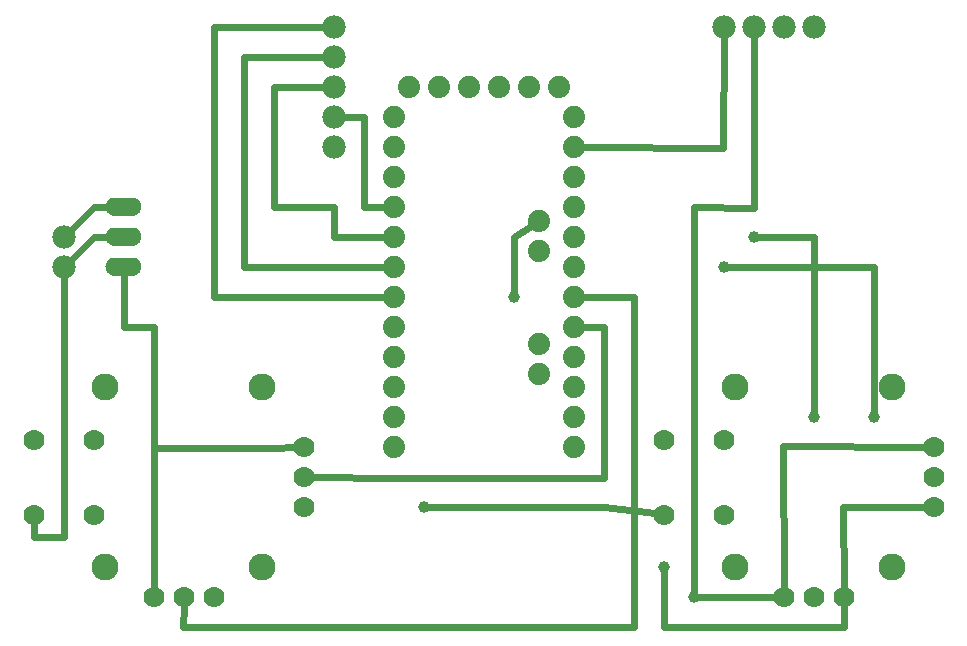
<source format=gtl>
G04 MADE WITH FRITZING*
G04 WWW.FRITZING.ORG*
G04 DOUBLE SIDED*
G04 HOLES PLATED*
G04 CONTOUR ON CENTER OF CONTOUR VECTOR*
%ASAXBY*%
%FSLAX23Y23*%
%MOIN*%
%OFA0B0*%
%SFA1.0B1.0*%
%ADD10C,0.078000*%
%ADD11C,0.090000*%
%ADD12C,0.070000*%
%ADD13C,0.060000*%
%ADD14C,0.074000*%
%ADD15C,0.039370*%
%ADD16C,0.024000*%
%ADD17R,0.001000X0.001000*%
%LNCOPPER1*%
G90*
G70*
G54D10*
X1071Y1654D03*
X1071Y1754D03*
X1071Y1854D03*
X1071Y1954D03*
X1071Y2054D03*
G54D11*
X309Y254D03*
X309Y854D03*
X834Y854D03*
X834Y254D03*
G54D12*
X971Y654D03*
X971Y554D03*
X971Y454D03*
X571Y154D03*
X671Y154D03*
X471Y154D03*
X271Y679D03*
X271Y429D03*
X71Y429D03*
X71Y679D03*
G54D11*
X309Y254D03*
X309Y854D03*
X834Y854D03*
X834Y254D03*
G54D12*
X971Y654D03*
X971Y554D03*
X971Y454D03*
X571Y154D03*
X671Y154D03*
X471Y154D03*
X271Y679D03*
X271Y429D03*
X71Y429D03*
X71Y679D03*
G54D13*
X371Y1454D03*
X371Y1354D03*
X371Y1254D03*
X371Y1454D03*
X371Y1354D03*
X371Y1254D03*
G54D14*
X1821Y1854D03*
X1721Y1854D03*
X1621Y1854D03*
X1521Y1854D03*
X1421Y1854D03*
X1321Y1854D03*
X1756Y1309D03*
X1756Y1409D03*
X1756Y899D03*
X1756Y999D03*
X1871Y1754D03*
X1871Y1654D03*
X1871Y1554D03*
X1871Y1454D03*
X1871Y1354D03*
X1871Y1254D03*
X1871Y1154D03*
X1871Y1054D03*
X1871Y954D03*
X1871Y854D03*
X1871Y754D03*
X1871Y654D03*
X1271Y654D03*
X1271Y754D03*
X1271Y854D03*
X1271Y954D03*
X1271Y1054D03*
X1271Y1154D03*
X1271Y1254D03*
X1271Y1354D03*
X1271Y1454D03*
X1271Y1554D03*
X1271Y1654D03*
X1271Y1754D03*
G54D10*
X171Y1254D03*
X171Y1354D03*
G54D15*
X2271Y154D03*
G54D10*
X2371Y2054D03*
X2471Y2054D03*
X2571Y2054D03*
X2671Y2054D03*
G54D15*
X1371Y454D03*
X2371Y1254D03*
X2871Y754D03*
X2471Y1354D03*
X2671Y754D03*
X2171Y254D03*
G54D11*
X2409Y254D03*
X2409Y854D03*
X2934Y854D03*
X2934Y254D03*
G54D12*
X3071Y654D03*
X3071Y554D03*
X3071Y454D03*
X2671Y154D03*
X2771Y154D03*
X2571Y154D03*
X2371Y679D03*
X2371Y429D03*
X2171Y429D03*
X2171Y679D03*
G54D11*
X2409Y254D03*
X2409Y854D03*
X2934Y854D03*
X2934Y254D03*
G54D12*
X3071Y654D03*
X3071Y554D03*
X3071Y454D03*
X2671Y154D03*
X2771Y154D03*
X2571Y154D03*
X2371Y679D03*
X2371Y429D03*
X2171Y429D03*
X2171Y679D03*
G54D15*
X1671Y1154D03*
G54D16*
X773Y652D02*
X471Y652D01*
D02*
X873Y652D02*
X773Y652D01*
D02*
X471Y652D02*
X471Y183D01*
D02*
X943Y653D02*
X873Y652D01*
D02*
X2770Y453D02*
X3043Y454D01*
D02*
X2771Y183D02*
X2770Y453D01*
D02*
X2570Y656D02*
X2571Y183D01*
D02*
X3043Y654D02*
X2570Y656D01*
D02*
X1973Y1054D02*
X1973Y552D01*
D02*
X1271Y552D02*
X1000Y554D01*
D02*
X1973Y552D02*
X1271Y552D01*
D02*
X1903Y1054D02*
X1973Y1054D01*
D02*
X2072Y54D02*
X570Y54D01*
D02*
X2072Y1154D02*
X2072Y54D01*
D02*
X570Y54D02*
X571Y125D01*
D02*
X1903Y1154D02*
X2072Y1154D01*
D02*
X471Y1054D02*
X371Y1054D01*
D02*
X371Y1054D02*
X371Y1223D01*
D02*
X471Y652D02*
X471Y1054D01*
D02*
X72Y400D02*
X72Y353D01*
D02*
X72Y353D02*
X172Y353D01*
D02*
X340Y1454D02*
X271Y1454D01*
D02*
X271Y1454D02*
X193Y1375D01*
D02*
X172Y353D02*
X171Y1224D01*
D02*
X2271Y1453D02*
X2271Y173D01*
D02*
X2471Y1450D02*
X2271Y1453D01*
D02*
X2471Y2024D02*
X2471Y1450D01*
D02*
X2368Y1650D02*
X1903Y1654D01*
D02*
X2371Y2024D02*
X2368Y1650D01*
D02*
X2773Y54D02*
X2772Y125D01*
D02*
X2171Y54D02*
X2773Y54D01*
D02*
X2171Y235D02*
X2171Y54D01*
D02*
X271Y1354D02*
X340Y1354D01*
D02*
X193Y1275D02*
X271Y1354D01*
D02*
X671Y1154D02*
X671Y2054D01*
D02*
X1240Y1154D02*
X671Y1154D01*
D02*
X671Y2054D02*
X1041Y2054D01*
D02*
X771Y1954D02*
X1041Y1954D01*
D02*
X771Y1254D02*
X771Y1954D01*
D02*
X1240Y1254D02*
X771Y1254D01*
D02*
X1071Y1454D02*
X871Y1454D01*
D02*
X871Y1454D02*
X871Y1854D01*
D02*
X1071Y1354D02*
X1071Y1454D01*
D02*
X871Y1854D02*
X1041Y1854D01*
D02*
X1240Y1354D02*
X1071Y1354D01*
D02*
X1171Y1454D02*
X1240Y1454D01*
D02*
X1171Y1754D02*
X1171Y1454D01*
D02*
X1102Y1754D02*
X1171Y1754D01*
D02*
X1971Y454D02*
X1390Y454D01*
D02*
X2143Y433D02*
X1971Y454D01*
D02*
X2871Y1254D02*
X2390Y1254D01*
D02*
X2871Y773D02*
X2871Y1254D01*
D02*
X2671Y1354D02*
X2671Y773D01*
D02*
X2490Y1354D02*
X2671Y1354D01*
D02*
X2290Y154D02*
X2543Y154D01*
D02*
X1671Y1173D02*
X1671Y1354D01*
D02*
X1671Y1354D02*
X1730Y1392D01*
G54D17*
X341Y1485D02*
X401Y1485D01*
X334Y1484D02*
X408Y1484D01*
X331Y1483D02*
X411Y1483D01*
X328Y1482D02*
X413Y1482D01*
X326Y1481D02*
X415Y1481D01*
X325Y1480D02*
X417Y1480D01*
X323Y1479D02*
X418Y1479D01*
X322Y1478D02*
X420Y1478D01*
X321Y1477D02*
X421Y1477D01*
X320Y1476D02*
X422Y1476D01*
X319Y1475D02*
X370Y1475D01*
X372Y1475D02*
X423Y1475D01*
X318Y1474D02*
X364Y1474D01*
X377Y1474D02*
X424Y1474D01*
X317Y1473D02*
X362Y1473D01*
X380Y1473D02*
X424Y1473D01*
X317Y1472D02*
X360Y1472D01*
X382Y1472D02*
X425Y1472D01*
X316Y1471D02*
X358Y1471D01*
X383Y1471D02*
X426Y1471D01*
X315Y1470D02*
X357Y1470D01*
X385Y1470D02*
X426Y1470D01*
X315Y1469D02*
X356Y1469D01*
X386Y1469D02*
X427Y1469D01*
X314Y1468D02*
X355Y1468D01*
X386Y1468D02*
X427Y1468D01*
X314Y1467D02*
X354Y1467D01*
X387Y1467D02*
X428Y1467D01*
X314Y1466D02*
X354Y1466D01*
X388Y1466D02*
X428Y1466D01*
X313Y1465D02*
X353Y1465D01*
X389Y1465D02*
X429Y1465D01*
X313Y1464D02*
X353Y1464D01*
X389Y1464D02*
X429Y1464D01*
X313Y1463D02*
X352Y1463D01*
X390Y1463D02*
X429Y1463D01*
X312Y1462D02*
X352Y1462D01*
X390Y1462D02*
X430Y1462D01*
X312Y1461D02*
X351Y1461D01*
X390Y1461D02*
X430Y1461D01*
X312Y1460D02*
X351Y1460D01*
X391Y1460D02*
X430Y1460D01*
X312Y1459D02*
X351Y1459D01*
X391Y1459D02*
X430Y1459D01*
X312Y1458D02*
X351Y1458D01*
X391Y1458D02*
X430Y1458D01*
X312Y1457D02*
X351Y1457D01*
X391Y1457D02*
X430Y1457D01*
X311Y1456D02*
X351Y1456D01*
X391Y1456D02*
X430Y1456D01*
X311Y1455D02*
X350Y1455D01*
X391Y1455D02*
X430Y1455D01*
X311Y1454D02*
X351Y1454D01*
X391Y1454D02*
X430Y1454D01*
X312Y1453D02*
X351Y1453D01*
X391Y1453D02*
X430Y1453D01*
X312Y1452D02*
X351Y1452D01*
X391Y1452D02*
X430Y1452D01*
X312Y1451D02*
X351Y1451D01*
X391Y1451D02*
X430Y1451D01*
X312Y1450D02*
X351Y1450D01*
X391Y1450D02*
X430Y1450D01*
X312Y1449D02*
X351Y1449D01*
X390Y1449D02*
X430Y1449D01*
X312Y1448D02*
X352Y1448D01*
X390Y1448D02*
X430Y1448D01*
X313Y1447D02*
X352Y1447D01*
X390Y1447D02*
X429Y1447D01*
X313Y1446D02*
X353Y1446D01*
X389Y1446D02*
X429Y1446D01*
X313Y1445D02*
X353Y1445D01*
X389Y1445D02*
X429Y1445D01*
X314Y1444D02*
X354Y1444D01*
X388Y1444D02*
X428Y1444D01*
X314Y1443D02*
X355Y1443D01*
X387Y1443D02*
X428Y1443D01*
X314Y1442D02*
X355Y1442D01*
X386Y1442D02*
X427Y1442D01*
X315Y1441D02*
X356Y1441D01*
X386Y1441D02*
X427Y1441D01*
X315Y1440D02*
X357Y1440D01*
X384Y1440D02*
X426Y1440D01*
X316Y1439D02*
X359Y1439D01*
X383Y1439D02*
X426Y1439D01*
X317Y1438D02*
X360Y1438D01*
X382Y1438D02*
X425Y1438D01*
X317Y1437D02*
X362Y1437D01*
X380Y1437D02*
X424Y1437D01*
X318Y1436D02*
X365Y1436D01*
X377Y1436D02*
X424Y1436D01*
X319Y1435D02*
X423Y1435D01*
X320Y1434D02*
X422Y1434D01*
X321Y1433D02*
X421Y1433D01*
X322Y1432D02*
X420Y1432D01*
X324Y1431D02*
X418Y1431D01*
X325Y1430D02*
X417Y1430D01*
X327Y1429D02*
X415Y1429D01*
X328Y1428D02*
X413Y1428D01*
X331Y1427D02*
X411Y1427D01*
X334Y1426D02*
X408Y1426D01*
X340Y1385D02*
X402Y1385D01*
X334Y1384D02*
X408Y1384D01*
X331Y1383D02*
X411Y1383D01*
X328Y1382D02*
X414Y1382D01*
X326Y1381D02*
X415Y1381D01*
X325Y1380D02*
X417Y1380D01*
X323Y1379D02*
X418Y1379D01*
X322Y1378D02*
X420Y1378D01*
X321Y1377D02*
X421Y1377D01*
X320Y1376D02*
X422Y1376D01*
X319Y1375D02*
X370Y1375D01*
X372Y1375D02*
X423Y1375D01*
X318Y1374D02*
X364Y1374D01*
X378Y1374D02*
X424Y1374D01*
X317Y1373D02*
X362Y1373D01*
X380Y1373D02*
X424Y1373D01*
X317Y1372D02*
X360Y1372D01*
X382Y1372D02*
X425Y1372D01*
X316Y1371D02*
X358Y1371D01*
X383Y1371D02*
X426Y1371D01*
X315Y1370D02*
X357Y1370D01*
X385Y1370D02*
X426Y1370D01*
X315Y1369D02*
X356Y1369D01*
X386Y1369D02*
X427Y1369D01*
X314Y1368D02*
X355Y1368D01*
X387Y1368D02*
X427Y1368D01*
X314Y1367D02*
X354Y1367D01*
X387Y1367D02*
X428Y1367D01*
X313Y1366D02*
X354Y1366D01*
X388Y1366D02*
X428Y1366D01*
X313Y1365D02*
X353Y1365D01*
X389Y1365D02*
X429Y1365D01*
X313Y1364D02*
X353Y1364D01*
X389Y1364D02*
X429Y1364D01*
X313Y1363D02*
X352Y1363D01*
X390Y1363D02*
X429Y1363D01*
X312Y1362D02*
X352Y1362D01*
X390Y1362D02*
X430Y1362D01*
X312Y1361D02*
X351Y1361D01*
X390Y1361D02*
X430Y1361D01*
X312Y1360D02*
X351Y1360D01*
X391Y1360D02*
X430Y1360D01*
X312Y1359D02*
X351Y1359D01*
X391Y1359D02*
X430Y1359D01*
X312Y1358D02*
X351Y1358D01*
X391Y1358D02*
X430Y1358D01*
X311Y1357D02*
X351Y1357D01*
X391Y1357D02*
X430Y1357D01*
X311Y1356D02*
X351Y1356D01*
X391Y1356D02*
X430Y1356D01*
X311Y1355D02*
X350Y1355D01*
X391Y1355D02*
X430Y1355D01*
X311Y1354D02*
X351Y1354D01*
X391Y1354D02*
X430Y1354D01*
X312Y1353D02*
X351Y1353D01*
X391Y1353D02*
X430Y1353D01*
X312Y1352D02*
X351Y1352D01*
X391Y1352D02*
X430Y1352D01*
X312Y1351D02*
X351Y1351D01*
X391Y1351D02*
X430Y1351D01*
X312Y1350D02*
X351Y1350D01*
X391Y1350D02*
X430Y1350D01*
X312Y1349D02*
X351Y1349D01*
X390Y1349D02*
X430Y1349D01*
X312Y1348D02*
X352Y1348D01*
X390Y1348D02*
X430Y1348D01*
X313Y1347D02*
X352Y1347D01*
X390Y1347D02*
X429Y1347D01*
X313Y1346D02*
X353Y1346D01*
X389Y1346D02*
X429Y1346D01*
X313Y1345D02*
X353Y1345D01*
X389Y1345D02*
X429Y1345D01*
X314Y1344D02*
X354Y1344D01*
X388Y1344D02*
X428Y1344D01*
X314Y1343D02*
X355Y1343D01*
X387Y1343D02*
X428Y1343D01*
X314Y1342D02*
X355Y1342D01*
X386Y1342D02*
X427Y1342D01*
X315Y1341D02*
X356Y1341D01*
X386Y1341D02*
X427Y1341D01*
X315Y1340D02*
X357Y1340D01*
X384Y1340D02*
X426Y1340D01*
X316Y1339D02*
X359Y1339D01*
X383Y1339D02*
X426Y1339D01*
X317Y1338D02*
X360Y1338D01*
X382Y1338D02*
X425Y1338D01*
X318Y1337D02*
X362Y1337D01*
X380Y1337D02*
X424Y1337D01*
X318Y1336D02*
X365Y1336D01*
X377Y1336D02*
X424Y1336D01*
X319Y1335D02*
X423Y1335D01*
X320Y1334D02*
X422Y1334D01*
X321Y1333D02*
X421Y1333D01*
X322Y1332D02*
X420Y1332D01*
X324Y1331D02*
X418Y1331D01*
X325Y1330D02*
X417Y1330D01*
X327Y1329D02*
X415Y1329D01*
X329Y1328D02*
X413Y1328D01*
X331Y1327D02*
X411Y1327D01*
X334Y1326D02*
X408Y1326D01*
X339Y1285D02*
X402Y1285D01*
X333Y1284D02*
X408Y1284D01*
X330Y1283D02*
X411Y1283D01*
X328Y1282D02*
X414Y1282D01*
X326Y1281D02*
X415Y1281D01*
X325Y1280D02*
X417Y1280D01*
X323Y1279D02*
X418Y1279D01*
X322Y1278D02*
X420Y1278D01*
X321Y1277D02*
X421Y1277D01*
X320Y1276D02*
X422Y1276D01*
X319Y1275D02*
X369Y1275D01*
X372Y1275D02*
X423Y1275D01*
X318Y1274D02*
X364Y1274D01*
X378Y1274D02*
X424Y1274D01*
X317Y1273D02*
X362Y1273D01*
X380Y1273D02*
X424Y1273D01*
X317Y1272D02*
X360Y1272D01*
X382Y1272D02*
X425Y1272D01*
X316Y1271D02*
X358Y1271D01*
X383Y1271D02*
X426Y1271D01*
X315Y1270D02*
X357Y1270D01*
X385Y1270D02*
X426Y1270D01*
X315Y1269D02*
X356Y1269D01*
X386Y1269D02*
X427Y1269D01*
X314Y1268D02*
X355Y1268D01*
X387Y1268D02*
X427Y1268D01*
X314Y1267D02*
X354Y1267D01*
X387Y1267D02*
X428Y1267D01*
X313Y1266D02*
X354Y1266D01*
X388Y1266D02*
X428Y1266D01*
X313Y1265D02*
X353Y1265D01*
X389Y1265D02*
X429Y1265D01*
X313Y1264D02*
X353Y1264D01*
X389Y1264D02*
X429Y1264D01*
X312Y1263D02*
X352Y1263D01*
X390Y1263D02*
X429Y1263D01*
X312Y1262D02*
X352Y1262D01*
X390Y1262D02*
X430Y1262D01*
X312Y1261D02*
X351Y1261D01*
X390Y1261D02*
X430Y1261D01*
X312Y1260D02*
X351Y1260D01*
X391Y1260D02*
X430Y1260D01*
X312Y1259D02*
X351Y1259D01*
X391Y1259D02*
X430Y1259D01*
X312Y1258D02*
X351Y1258D01*
X391Y1258D02*
X430Y1258D01*
X311Y1257D02*
X351Y1257D01*
X391Y1257D02*
X430Y1257D01*
X311Y1256D02*
X350Y1256D01*
X391Y1256D02*
X430Y1256D01*
X311Y1255D02*
X350Y1255D01*
X391Y1255D02*
X430Y1255D01*
X311Y1254D02*
X351Y1254D01*
X391Y1254D02*
X430Y1254D01*
X312Y1253D02*
X351Y1253D01*
X391Y1253D02*
X430Y1253D01*
X312Y1252D02*
X351Y1252D01*
X391Y1252D02*
X430Y1252D01*
X312Y1251D02*
X351Y1251D01*
X391Y1251D02*
X430Y1251D01*
X312Y1250D02*
X351Y1250D01*
X391Y1250D02*
X430Y1250D01*
X312Y1249D02*
X351Y1249D01*
X390Y1249D02*
X430Y1249D01*
X312Y1248D02*
X352Y1248D01*
X390Y1248D02*
X430Y1248D01*
X313Y1247D02*
X352Y1247D01*
X390Y1247D02*
X429Y1247D01*
X313Y1246D02*
X353Y1246D01*
X389Y1246D02*
X429Y1246D01*
X313Y1245D02*
X353Y1245D01*
X389Y1245D02*
X429Y1245D01*
X314Y1244D02*
X354Y1244D01*
X388Y1244D02*
X428Y1244D01*
X314Y1243D02*
X355Y1243D01*
X387Y1243D02*
X428Y1243D01*
X314Y1242D02*
X355Y1242D01*
X386Y1242D02*
X427Y1242D01*
X315Y1241D02*
X356Y1241D01*
X386Y1241D02*
X427Y1241D01*
X316Y1240D02*
X357Y1240D01*
X384Y1240D02*
X426Y1240D01*
X316Y1239D02*
X359Y1239D01*
X383Y1239D02*
X426Y1239D01*
X317Y1238D02*
X360Y1238D01*
X382Y1238D02*
X425Y1238D01*
X318Y1237D02*
X362Y1237D01*
X380Y1237D02*
X424Y1237D01*
X318Y1236D02*
X365Y1236D01*
X377Y1236D02*
X424Y1236D01*
X319Y1235D02*
X423Y1235D01*
X320Y1234D02*
X422Y1234D01*
X321Y1233D02*
X421Y1233D01*
X322Y1232D02*
X420Y1232D01*
X324Y1231D02*
X418Y1231D01*
X325Y1230D02*
X417Y1230D01*
X327Y1229D02*
X415Y1229D01*
X329Y1228D02*
X413Y1228D01*
X331Y1227D02*
X411Y1227D01*
X334Y1226D02*
X408Y1226D01*
D02*
G04 End of Copper1*
M02*
</source>
